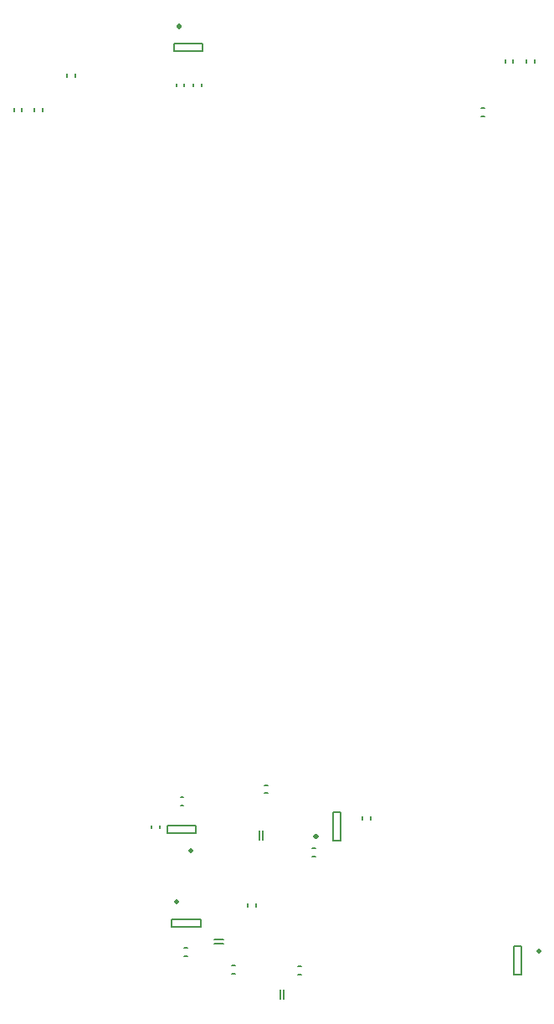
<source format=gbo>
G04 Layer_Color=32896*
%FSLAX44Y44*%
%MOMM*%
G71*
G01*
G75*
%ADD35C,0.5000*%
%ADD49C,0.1270*%
D35*
X210828Y992702D02*
X210876Y992750D01*
X210923Y992702D01*
X210876Y992655D01*
X210828Y992702D01*
X574702Y57595D02*
X574750Y57548D01*
X574702Y57500D01*
X574655Y57548D01*
X574702Y57595D01*
X223095Y159298D02*
X223048Y159250D01*
X223000Y159298D01*
X223048Y159345D01*
X223095Y159298D01*
X208405Y107202D02*
X208452Y107250D01*
X208500Y107202D01*
X208452Y107155D01*
X208405Y107202D01*
X349298Y173905D02*
X349250Y173952D01*
X349298Y174000D01*
X349345Y173952D01*
X349298Y173905D01*
D49*
X225521Y932053D02*
Y935100D01*
X233649Y932053D02*
Y935100D01*
X105564Y941476D02*
Y944524D01*
X97436Y941476D02*
Y944524D01*
X207978Y931976D02*
Y935024D01*
X216106Y931976D02*
Y935024D01*
X51814Y906726D02*
Y909774D01*
X43686Y906726D02*
Y909774D01*
X264476Y43064D02*
X267524D01*
X264476Y34936D02*
X267524D01*
X331476Y33936D02*
X334524D01*
X331476Y42064D02*
X334524D01*
X212476Y213064D02*
X215524D01*
X212476Y204936D02*
X215524D01*
X215976Y52436D02*
X219024D01*
X215976Y60564D02*
X219024D01*
X396436Y190476D02*
Y193524D01*
X404564Y190476D02*
Y193524D01*
X297476Y225564D02*
X300524D01*
X297476Y217436D02*
X300524D01*
X516476Y910064D02*
X519524D01*
X516476Y901936D02*
X519524D01*
X540936Y955976D02*
Y959024D01*
X549064Y955976D02*
Y959024D01*
X562436Y955976D02*
Y959024D01*
X570564Y955976D02*
Y959024D01*
X72814Y906726D02*
Y909774D01*
X64686Y906726D02*
Y909774D01*
X345726Y161564D02*
X348774D01*
X345726Y153436D02*
X348774D01*
X280686Y102726D02*
Y105774D01*
X288814Y102726D02*
Y105774D01*
X182936Y181726D02*
Y184774D01*
X191064Y181726D02*
Y184774D01*
X292222Y170238D02*
Y179762D01*
X295778Y170238D02*
Y179762D01*
X246238Y69028D02*
X255762D01*
X246238Y65472D02*
X255762D01*
X313472Y9238D02*
Y18762D01*
X317028Y9238D02*
Y18762D01*
X205923Y967690D02*
Y975310D01*
Y967690D02*
X234923D01*
Y975310D01*
X205923D02*
X234923D01*
X549690Y62500D02*
X557310D01*
X549690Y33500D02*
Y62500D01*
Y33500D02*
X557310D01*
Y62500D01*
X228000Y176690D02*
Y184310D01*
X199000D02*
X228000D01*
X199000Y176690D02*
Y184310D01*
Y176690D02*
X228000D01*
X203500Y82190D02*
Y89810D01*
Y82190D02*
X232500D01*
Y89810D01*
X203500D02*
X232500D01*
X366690Y169000D02*
X374310D01*
Y198000D01*
X366690D02*
X374310D01*
X366690Y169000D02*
Y198000D01*
M02*

</source>
